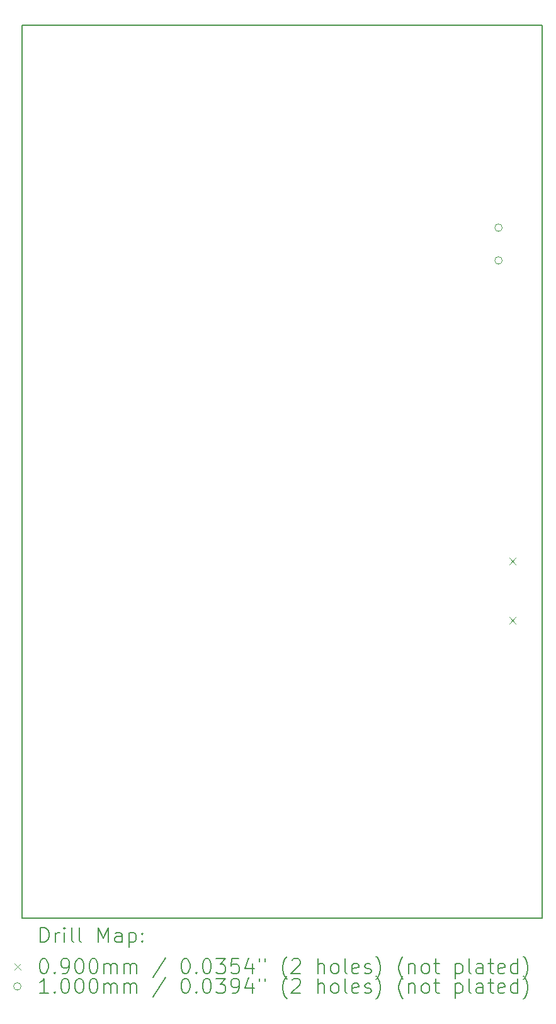
<source format=gbr>
%TF.GenerationSoftware,KiCad,Pcbnew,8.0.4*%
%TF.CreationDate,2024-11-12T11:54:51+07:00*%
%TF.ProjectId,Ver04,56657230-342e-46b6-9963-61645f706362,rev?*%
%TF.SameCoordinates,Original*%
%TF.FileFunction,Drillmap*%
%TF.FilePolarity,Positive*%
%FSLAX45Y45*%
G04 Gerber Fmt 4.5, Leading zero omitted, Abs format (unit mm)*
G04 Created by KiCad (PCBNEW 8.0.4) date 2024-11-12 11:54:51*
%MOMM*%
%LPD*%
G01*
G04 APERTURE LIST*
%ADD10C,0.200000*%
%ADD11C,0.100000*%
G04 APERTURE END LIST*
D10*
X4000000Y-3500000D02*
X11000000Y-3500000D01*
X11000000Y-15500000D01*
X4000000Y-15500000D01*
X4000000Y-3500000D01*
D11*
X10552815Y-10653497D02*
X10642815Y-10743497D01*
X10642815Y-10653497D02*
X10552815Y-10743497D01*
X10552815Y-11453497D02*
X10642815Y-11543497D01*
X10642815Y-11453497D02*
X10552815Y-11543497D01*
X10460000Y-6220000D02*
G75*
G02*
X10360000Y-6220000I-50000J0D01*
G01*
X10360000Y-6220000D02*
G75*
G02*
X10460000Y-6220000I50000J0D01*
G01*
X10460000Y-6660000D02*
G75*
G02*
X10360000Y-6660000I-50000J0D01*
G01*
X10360000Y-6660000D02*
G75*
G02*
X10460000Y-6660000I50000J0D01*
G01*
D10*
X4250777Y-15821484D02*
X4250777Y-15621484D01*
X4250777Y-15621484D02*
X4298396Y-15621484D01*
X4298396Y-15621484D02*
X4326967Y-15631008D01*
X4326967Y-15631008D02*
X4346015Y-15650055D01*
X4346015Y-15650055D02*
X4355539Y-15669103D01*
X4355539Y-15669103D02*
X4365063Y-15707198D01*
X4365063Y-15707198D02*
X4365063Y-15735769D01*
X4365063Y-15735769D02*
X4355539Y-15773865D01*
X4355539Y-15773865D02*
X4346015Y-15792912D01*
X4346015Y-15792912D02*
X4326967Y-15811960D01*
X4326967Y-15811960D02*
X4298396Y-15821484D01*
X4298396Y-15821484D02*
X4250777Y-15821484D01*
X4450777Y-15821484D02*
X4450777Y-15688150D01*
X4450777Y-15726246D02*
X4460301Y-15707198D01*
X4460301Y-15707198D02*
X4469824Y-15697674D01*
X4469824Y-15697674D02*
X4488872Y-15688150D01*
X4488872Y-15688150D02*
X4507920Y-15688150D01*
X4574586Y-15821484D02*
X4574586Y-15688150D01*
X4574586Y-15621484D02*
X4565063Y-15631008D01*
X4565063Y-15631008D02*
X4574586Y-15640531D01*
X4574586Y-15640531D02*
X4584110Y-15631008D01*
X4584110Y-15631008D02*
X4574586Y-15621484D01*
X4574586Y-15621484D02*
X4574586Y-15640531D01*
X4698396Y-15821484D02*
X4679348Y-15811960D01*
X4679348Y-15811960D02*
X4669824Y-15792912D01*
X4669824Y-15792912D02*
X4669824Y-15621484D01*
X4803158Y-15821484D02*
X4784110Y-15811960D01*
X4784110Y-15811960D02*
X4774586Y-15792912D01*
X4774586Y-15792912D02*
X4774586Y-15621484D01*
X5031729Y-15821484D02*
X5031729Y-15621484D01*
X5031729Y-15621484D02*
X5098396Y-15764341D01*
X5098396Y-15764341D02*
X5165063Y-15621484D01*
X5165063Y-15621484D02*
X5165063Y-15821484D01*
X5346015Y-15821484D02*
X5346015Y-15716722D01*
X5346015Y-15716722D02*
X5336491Y-15697674D01*
X5336491Y-15697674D02*
X5317444Y-15688150D01*
X5317444Y-15688150D02*
X5279348Y-15688150D01*
X5279348Y-15688150D02*
X5260301Y-15697674D01*
X5346015Y-15811960D02*
X5326967Y-15821484D01*
X5326967Y-15821484D02*
X5279348Y-15821484D01*
X5279348Y-15821484D02*
X5260301Y-15811960D01*
X5260301Y-15811960D02*
X5250777Y-15792912D01*
X5250777Y-15792912D02*
X5250777Y-15773865D01*
X5250777Y-15773865D02*
X5260301Y-15754817D01*
X5260301Y-15754817D02*
X5279348Y-15745293D01*
X5279348Y-15745293D02*
X5326967Y-15745293D01*
X5326967Y-15745293D02*
X5346015Y-15735769D01*
X5441253Y-15688150D02*
X5441253Y-15888150D01*
X5441253Y-15697674D02*
X5460301Y-15688150D01*
X5460301Y-15688150D02*
X5498396Y-15688150D01*
X5498396Y-15688150D02*
X5517444Y-15697674D01*
X5517444Y-15697674D02*
X5526967Y-15707198D01*
X5526967Y-15707198D02*
X5536491Y-15726246D01*
X5536491Y-15726246D02*
X5536491Y-15783388D01*
X5536491Y-15783388D02*
X5526967Y-15802436D01*
X5526967Y-15802436D02*
X5517444Y-15811960D01*
X5517444Y-15811960D02*
X5498396Y-15821484D01*
X5498396Y-15821484D02*
X5460301Y-15821484D01*
X5460301Y-15821484D02*
X5441253Y-15811960D01*
X5622205Y-15802436D02*
X5631729Y-15811960D01*
X5631729Y-15811960D02*
X5622205Y-15821484D01*
X5622205Y-15821484D02*
X5612682Y-15811960D01*
X5612682Y-15811960D02*
X5622205Y-15802436D01*
X5622205Y-15802436D02*
X5622205Y-15821484D01*
X5622205Y-15697674D02*
X5631729Y-15707198D01*
X5631729Y-15707198D02*
X5622205Y-15716722D01*
X5622205Y-15716722D02*
X5612682Y-15707198D01*
X5612682Y-15707198D02*
X5622205Y-15697674D01*
X5622205Y-15697674D02*
X5622205Y-15716722D01*
D11*
X3900000Y-16105000D02*
X3990000Y-16195000D01*
X3990000Y-16105000D02*
X3900000Y-16195000D01*
D10*
X4288872Y-16041484D02*
X4307920Y-16041484D01*
X4307920Y-16041484D02*
X4326967Y-16051008D01*
X4326967Y-16051008D02*
X4336491Y-16060531D01*
X4336491Y-16060531D02*
X4346015Y-16079579D01*
X4346015Y-16079579D02*
X4355539Y-16117674D01*
X4355539Y-16117674D02*
X4355539Y-16165293D01*
X4355539Y-16165293D02*
X4346015Y-16203388D01*
X4346015Y-16203388D02*
X4336491Y-16222436D01*
X4336491Y-16222436D02*
X4326967Y-16231960D01*
X4326967Y-16231960D02*
X4307920Y-16241484D01*
X4307920Y-16241484D02*
X4288872Y-16241484D01*
X4288872Y-16241484D02*
X4269824Y-16231960D01*
X4269824Y-16231960D02*
X4260301Y-16222436D01*
X4260301Y-16222436D02*
X4250777Y-16203388D01*
X4250777Y-16203388D02*
X4241253Y-16165293D01*
X4241253Y-16165293D02*
X4241253Y-16117674D01*
X4241253Y-16117674D02*
X4250777Y-16079579D01*
X4250777Y-16079579D02*
X4260301Y-16060531D01*
X4260301Y-16060531D02*
X4269824Y-16051008D01*
X4269824Y-16051008D02*
X4288872Y-16041484D01*
X4441253Y-16222436D02*
X4450777Y-16231960D01*
X4450777Y-16231960D02*
X4441253Y-16241484D01*
X4441253Y-16241484D02*
X4431729Y-16231960D01*
X4431729Y-16231960D02*
X4441253Y-16222436D01*
X4441253Y-16222436D02*
X4441253Y-16241484D01*
X4546015Y-16241484D02*
X4584110Y-16241484D01*
X4584110Y-16241484D02*
X4603158Y-16231960D01*
X4603158Y-16231960D02*
X4612682Y-16222436D01*
X4612682Y-16222436D02*
X4631729Y-16193865D01*
X4631729Y-16193865D02*
X4641253Y-16155769D01*
X4641253Y-16155769D02*
X4641253Y-16079579D01*
X4641253Y-16079579D02*
X4631729Y-16060531D01*
X4631729Y-16060531D02*
X4622205Y-16051008D01*
X4622205Y-16051008D02*
X4603158Y-16041484D01*
X4603158Y-16041484D02*
X4565063Y-16041484D01*
X4565063Y-16041484D02*
X4546015Y-16051008D01*
X4546015Y-16051008D02*
X4536491Y-16060531D01*
X4536491Y-16060531D02*
X4526967Y-16079579D01*
X4526967Y-16079579D02*
X4526967Y-16127198D01*
X4526967Y-16127198D02*
X4536491Y-16146246D01*
X4536491Y-16146246D02*
X4546015Y-16155769D01*
X4546015Y-16155769D02*
X4565063Y-16165293D01*
X4565063Y-16165293D02*
X4603158Y-16165293D01*
X4603158Y-16165293D02*
X4622205Y-16155769D01*
X4622205Y-16155769D02*
X4631729Y-16146246D01*
X4631729Y-16146246D02*
X4641253Y-16127198D01*
X4765063Y-16041484D02*
X4784110Y-16041484D01*
X4784110Y-16041484D02*
X4803158Y-16051008D01*
X4803158Y-16051008D02*
X4812682Y-16060531D01*
X4812682Y-16060531D02*
X4822205Y-16079579D01*
X4822205Y-16079579D02*
X4831729Y-16117674D01*
X4831729Y-16117674D02*
X4831729Y-16165293D01*
X4831729Y-16165293D02*
X4822205Y-16203388D01*
X4822205Y-16203388D02*
X4812682Y-16222436D01*
X4812682Y-16222436D02*
X4803158Y-16231960D01*
X4803158Y-16231960D02*
X4784110Y-16241484D01*
X4784110Y-16241484D02*
X4765063Y-16241484D01*
X4765063Y-16241484D02*
X4746015Y-16231960D01*
X4746015Y-16231960D02*
X4736491Y-16222436D01*
X4736491Y-16222436D02*
X4726967Y-16203388D01*
X4726967Y-16203388D02*
X4717444Y-16165293D01*
X4717444Y-16165293D02*
X4717444Y-16117674D01*
X4717444Y-16117674D02*
X4726967Y-16079579D01*
X4726967Y-16079579D02*
X4736491Y-16060531D01*
X4736491Y-16060531D02*
X4746015Y-16051008D01*
X4746015Y-16051008D02*
X4765063Y-16041484D01*
X4955539Y-16041484D02*
X4974586Y-16041484D01*
X4974586Y-16041484D02*
X4993634Y-16051008D01*
X4993634Y-16051008D02*
X5003158Y-16060531D01*
X5003158Y-16060531D02*
X5012682Y-16079579D01*
X5012682Y-16079579D02*
X5022205Y-16117674D01*
X5022205Y-16117674D02*
X5022205Y-16165293D01*
X5022205Y-16165293D02*
X5012682Y-16203388D01*
X5012682Y-16203388D02*
X5003158Y-16222436D01*
X5003158Y-16222436D02*
X4993634Y-16231960D01*
X4993634Y-16231960D02*
X4974586Y-16241484D01*
X4974586Y-16241484D02*
X4955539Y-16241484D01*
X4955539Y-16241484D02*
X4936491Y-16231960D01*
X4936491Y-16231960D02*
X4926967Y-16222436D01*
X4926967Y-16222436D02*
X4917444Y-16203388D01*
X4917444Y-16203388D02*
X4907920Y-16165293D01*
X4907920Y-16165293D02*
X4907920Y-16117674D01*
X4907920Y-16117674D02*
X4917444Y-16079579D01*
X4917444Y-16079579D02*
X4926967Y-16060531D01*
X4926967Y-16060531D02*
X4936491Y-16051008D01*
X4936491Y-16051008D02*
X4955539Y-16041484D01*
X5107920Y-16241484D02*
X5107920Y-16108150D01*
X5107920Y-16127198D02*
X5117444Y-16117674D01*
X5117444Y-16117674D02*
X5136491Y-16108150D01*
X5136491Y-16108150D02*
X5165063Y-16108150D01*
X5165063Y-16108150D02*
X5184110Y-16117674D01*
X5184110Y-16117674D02*
X5193634Y-16136722D01*
X5193634Y-16136722D02*
X5193634Y-16241484D01*
X5193634Y-16136722D02*
X5203158Y-16117674D01*
X5203158Y-16117674D02*
X5222205Y-16108150D01*
X5222205Y-16108150D02*
X5250777Y-16108150D01*
X5250777Y-16108150D02*
X5269825Y-16117674D01*
X5269825Y-16117674D02*
X5279348Y-16136722D01*
X5279348Y-16136722D02*
X5279348Y-16241484D01*
X5374586Y-16241484D02*
X5374586Y-16108150D01*
X5374586Y-16127198D02*
X5384110Y-16117674D01*
X5384110Y-16117674D02*
X5403158Y-16108150D01*
X5403158Y-16108150D02*
X5431729Y-16108150D01*
X5431729Y-16108150D02*
X5450777Y-16117674D01*
X5450777Y-16117674D02*
X5460301Y-16136722D01*
X5460301Y-16136722D02*
X5460301Y-16241484D01*
X5460301Y-16136722D02*
X5469825Y-16117674D01*
X5469825Y-16117674D02*
X5488872Y-16108150D01*
X5488872Y-16108150D02*
X5517444Y-16108150D01*
X5517444Y-16108150D02*
X5536491Y-16117674D01*
X5536491Y-16117674D02*
X5546015Y-16136722D01*
X5546015Y-16136722D02*
X5546015Y-16241484D01*
X5936491Y-16031960D02*
X5765063Y-16289103D01*
X6193634Y-16041484D02*
X6212682Y-16041484D01*
X6212682Y-16041484D02*
X6231729Y-16051008D01*
X6231729Y-16051008D02*
X6241253Y-16060531D01*
X6241253Y-16060531D02*
X6250777Y-16079579D01*
X6250777Y-16079579D02*
X6260301Y-16117674D01*
X6260301Y-16117674D02*
X6260301Y-16165293D01*
X6260301Y-16165293D02*
X6250777Y-16203388D01*
X6250777Y-16203388D02*
X6241253Y-16222436D01*
X6241253Y-16222436D02*
X6231729Y-16231960D01*
X6231729Y-16231960D02*
X6212682Y-16241484D01*
X6212682Y-16241484D02*
X6193634Y-16241484D01*
X6193634Y-16241484D02*
X6174586Y-16231960D01*
X6174586Y-16231960D02*
X6165063Y-16222436D01*
X6165063Y-16222436D02*
X6155539Y-16203388D01*
X6155539Y-16203388D02*
X6146015Y-16165293D01*
X6146015Y-16165293D02*
X6146015Y-16117674D01*
X6146015Y-16117674D02*
X6155539Y-16079579D01*
X6155539Y-16079579D02*
X6165063Y-16060531D01*
X6165063Y-16060531D02*
X6174586Y-16051008D01*
X6174586Y-16051008D02*
X6193634Y-16041484D01*
X6346015Y-16222436D02*
X6355539Y-16231960D01*
X6355539Y-16231960D02*
X6346015Y-16241484D01*
X6346015Y-16241484D02*
X6336491Y-16231960D01*
X6336491Y-16231960D02*
X6346015Y-16222436D01*
X6346015Y-16222436D02*
X6346015Y-16241484D01*
X6479348Y-16041484D02*
X6498396Y-16041484D01*
X6498396Y-16041484D02*
X6517444Y-16051008D01*
X6517444Y-16051008D02*
X6526967Y-16060531D01*
X6526967Y-16060531D02*
X6536491Y-16079579D01*
X6536491Y-16079579D02*
X6546015Y-16117674D01*
X6546015Y-16117674D02*
X6546015Y-16165293D01*
X6546015Y-16165293D02*
X6536491Y-16203388D01*
X6536491Y-16203388D02*
X6526967Y-16222436D01*
X6526967Y-16222436D02*
X6517444Y-16231960D01*
X6517444Y-16231960D02*
X6498396Y-16241484D01*
X6498396Y-16241484D02*
X6479348Y-16241484D01*
X6479348Y-16241484D02*
X6460301Y-16231960D01*
X6460301Y-16231960D02*
X6450777Y-16222436D01*
X6450777Y-16222436D02*
X6441253Y-16203388D01*
X6441253Y-16203388D02*
X6431729Y-16165293D01*
X6431729Y-16165293D02*
X6431729Y-16117674D01*
X6431729Y-16117674D02*
X6441253Y-16079579D01*
X6441253Y-16079579D02*
X6450777Y-16060531D01*
X6450777Y-16060531D02*
X6460301Y-16051008D01*
X6460301Y-16051008D02*
X6479348Y-16041484D01*
X6612682Y-16041484D02*
X6736491Y-16041484D01*
X6736491Y-16041484D02*
X6669825Y-16117674D01*
X6669825Y-16117674D02*
X6698396Y-16117674D01*
X6698396Y-16117674D02*
X6717444Y-16127198D01*
X6717444Y-16127198D02*
X6726967Y-16136722D01*
X6726967Y-16136722D02*
X6736491Y-16155769D01*
X6736491Y-16155769D02*
X6736491Y-16203388D01*
X6736491Y-16203388D02*
X6726967Y-16222436D01*
X6726967Y-16222436D02*
X6717444Y-16231960D01*
X6717444Y-16231960D02*
X6698396Y-16241484D01*
X6698396Y-16241484D02*
X6641253Y-16241484D01*
X6641253Y-16241484D02*
X6622206Y-16231960D01*
X6622206Y-16231960D02*
X6612682Y-16222436D01*
X6917444Y-16041484D02*
X6822206Y-16041484D01*
X6822206Y-16041484D02*
X6812682Y-16136722D01*
X6812682Y-16136722D02*
X6822206Y-16127198D01*
X6822206Y-16127198D02*
X6841253Y-16117674D01*
X6841253Y-16117674D02*
X6888872Y-16117674D01*
X6888872Y-16117674D02*
X6907920Y-16127198D01*
X6907920Y-16127198D02*
X6917444Y-16136722D01*
X6917444Y-16136722D02*
X6926967Y-16155769D01*
X6926967Y-16155769D02*
X6926967Y-16203388D01*
X6926967Y-16203388D02*
X6917444Y-16222436D01*
X6917444Y-16222436D02*
X6907920Y-16231960D01*
X6907920Y-16231960D02*
X6888872Y-16241484D01*
X6888872Y-16241484D02*
X6841253Y-16241484D01*
X6841253Y-16241484D02*
X6822206Y-16231960D01*
X6822206Y-16231960D02*
X6812682Y-16222436D01*
X7098396Y-16108150D02*
X7098396Y-16241484D01*
X7050777Y-16031960D02*
X7003158Y-16174817D01*
X7003158Y-16174817D02*
X7126967Y-16174817D01*
X7193634Y-16041484D02*
X7193634Y-16079579D01*
X7269825Y-16041484D02*
X7269825Y-16079579D01*
X7565063Y-16317674D02*
X7555539Y-16308150D01*
X7555539Y-16308150D02*
X7536491Y-16279579D01*
X7536491Y-16279579D02*
X7526968Y-16260531D01*
X7526968Y-16260531D02*
X7517444Y-16231960D01*
X7517444Y-16231960D02*
X7507920Y-16184341D01*
X7507920Y-16184341D02*
X7507920Y-16146246D01*
X7507920Y-16146246D02*
X7517444Y-16098627D01*
X7517444Y-16098627D02*
X7526968Y-16070055D01*
X7526968Y-16070055D02*
X7536491Y-16051008D01*
X7536491Y-16051008D02*
X7555539Y-16022436D01*
X7555539Y-16022436D02*
X7565063Y-16012912D01*
X7631729Y-16060531D02*
X7641253Y-16051008D01*
X7641253Y-16051008D02*
X7660301Y-16041484D01*
X7660301Y-16041484D02*
X7707920Y-16041484D01*
X7707920Y-16041484D02*
X7726968Y-16051008D01*
X7726968Y-16051008D02*
X7736491Y-16060531D01*
X7736491Y-16060531D02*
X7746015Y-16079579D01*
X7746015Y-16079579D02*
X7746015Y-16098627D01*
X7746015Y-16098627D02*
X7736491Y-16127198D01*
X7736491Y-16127198D02*
X7622206Y-16241484D01*
X7622206Y-16241484D02*
X7746015Y-16241484D01*
X7984110Y-16241484D02*
X7984110Y-16041484D01*
X8069825Y-16241484D02*
X8069825Y-16136722D01*
X8069825Y-16136722D02*
X8060301Y-16117674D01*
X8060301Y-16117674D02*
X8041253Y-16108150D01*
X8041253Y-16108150D02*
X8012682Y-16108150D01*
X8012682Y-16108150D02*
X7993634Y-16117674D01*
X7993634Y-16117674D02*
X7984110Y-16127198D01*
X8193634Y-16241484D02*
X8174587Y-16231960D01*
X8174587Y-16231960D02*
X8165063Y-16222436D01*
X8165063Y-16222436D02*
X8155539Y-16203388D01*
X8155539Y-16203388D02*
X8155539Y-16146246D01*
X8155539Y-16146246D02*
X8165063Y-16127198D01*
X8165063Y-16127198D02*
X8174587Y-16117674D01*
X8174587Y-16117674D02*
X8193634Y-16108150D01*
X8193634Y-16108150D02*
X8222206Y-16108150D01*
X8222206Y-16108150D02*
X8241253Y-16117674D01*
X8241253Y-16117674D02*
X8250777Y-16127198D01*
X8250777Y-16127198D02*
X8260301Y-16146246D01*
X8260301Y-16146246D02*
X8260301Y-16203388D01*
X8260301Y-16203388D02*
X8250777Y-16222436D01*
X8250777Y-16222436D02*
X8241253Y-16231960D01*
X8241253Y-16231960D02*
X8222206Y-16241484D01*
X8222206Y-16241484D02*
X8193634Y-16241484D01*
X8374587Y-16241484D02*
X8355539Y-16231960D01*
X8355539Y-16231960D02*
X8346015Y-16212912D01*
X8346015Y-16212912D02*
X8346015Y-16041484D01*
X8526968Y-16231960D02*
X8507920Y-16241484D01*
X8507920Y-16241484D02*
X8469825Y-16241484D01*
X8469825Y-16241484D02*
X8450777Y-16231960D01*
X8450777Y-16231960D02*
X8441253Y-16212912D01*
X8441253Y-16212912D02*
X8441253Y-16136722D01*
X8441253Y-16136722D02*
X8450777Y-16117674D01*
X8450777Y-16117674D02*
X8469825Y-16108150D01*
X8469825Y-16108150D02*
X8507920Y-16108150D01*
X8507920Y-16108150D02*
X8526968Y-16117674D01*
X8526968Y-16117674D02*
X8536492Y-16136722D01*
X8536492Y-16136722D02*
X8536492Y-16155769D01*
X8536492Y-16155769D02*
X8441253Y-16174817D01*
X8612682Y-16231960D02*
X8631730Y-16241484D01*
X8631730Y-16241484D02*
X8669825Y-16241484D01*
X8669825Y-16241484D02*
X8688873Y-16231960D01*
X8688873Y-16231960D02*
X8698396Y-16212912D01*
X8698396Y-16212912D02*
X8698396Y-16203388D01*
X8698396Y-16203388D02*
X8688873Y-16184341D01*
X8688873Y-16184341D02*
X8669825Y-16174817D01*
X8669825Y-16174817D02*
X8641253Y-16174817D01*
X8641253Y-16174817D02*
X8622206Y-16165293D01*
X8622206Y-16165293D02*
X8612682Y-16146246D01*
X8612682Y-16146246D02*
X8612682Y-16136722D01*
X8612682Y-16136722D02*
X8622206Y-16117674D01*
X8622206Y-16117674D02*
X8641253Y-16108150D01*
X8641253Y-16108150D02*
X8669825Y-16108150D01*
X8669825Y-16108150D02*
X8688873Y-16117674D01*
X8765063Y-16317674D02*
X8774587Y-16308150D01*
X8774587Y-16308150D02*
X8793634Y-16279579D01*
X8793634Y-16279579D02*
X8803158Y-16260531D01*
X8803158Y-16260531D02*
X8812682Y-16231960D01*
X8812682Y-16231960D02*
X8822206Y-16184341D01*
X8822206Y-16184341D02*
X8822206Y-16146246D01*
X8822206Y-16146246D02*
X8812682Y-16098627D01*
X8812682Y-16098627D02*
X8803158Y-16070055D01*
X8803158Y-16070055D02*
X8793634Y-16051008D01*
X8793634Y-16051008D02*
X8774587Y-16022436D01*
X8774587Y-16022436D02*
X8765063Y-16012912D01*
X9126968Y-16317674D02*
X9117444Y-16308150D01*
X9117444Y-16308150D02*
X9098396Y-16279579D01*
X9098396Y-16279579D02*
X9088873Y-16260531D01*
X9088873Y-16260531D02*
X9079349Y-16231960D01*
X9079349Y-16231960D02*
X9069825Y-16184341D01*
X9069825Y-16184341D02*
X9069825Y-16146246D01*
X9069825Y-16146246D02*
X9079349Y-16098627D01*
X9079349Y-16098627D02*
X9088873Y-16070055D01*
X9088873Y-16070055D02*
X9098396Y-16051008D01*
X9098396Y-16051008D02*
X9117444Y-16022436D01*
X9117444Y-16022436D02*
X9126968Y-16012912D01*
X9203158Y-16108150D02*
X9203158Y-16241484D01*
X9203158Y-16127198D02*
X9212682Y-16117674D01*
X9212682Y-16117674D02*
X9231730Y-16108150D01*
X9231730Y-16108150D02*
X9260301Y-16108150D01*
X9260301Y-16108150D02*
X9279349Y-16117674D01*
X9279349Y-16117674D02*
X9288873Y-16136722D01*
X9288873Y-16136722D02*
X9288873Y-16241484D01*
X9412682Y-16241484D02*
X9393634Y-16231960D01*
X9393634Y-16231960D02*
X9384111Y-16222436D01*
X9384111Y-16222436D02*
X9374587Y-16203388D01*
X9374587Y-16203388D02*
X9374587Y-16146246D01*
X9374587Y-16146246D02*
X9384111Y-16127198D01*
X9384111Y-16127198D02*
X9393634Y-16117674D01*
X9393634Y-16117674D02*
X9412682Y-16108150D01*
X9412682Y-16108150D02*
X9441254Y-16108150D01*
X9441254Y-16108150D02*
X9460301Y-16117674D01*
X9460301Y-16117674D02*
X9469825Y-16127198D01*
X9469825Y-16127198D02*
X9479349Y-16146246D01*
X9479349Y-16146246D02*
X9479349Y-16203388D01*
X9479349Y-16203388D02*
X9469825Y-16222436D01*
X9469825Y-16222436D02*
X9460301Y-16231960D01*
X9460301Y-16231960D02*
X9441254Y-16241484D01*
X9441254Y-16241484D02*
X9412682Y-16241484D01*
X9536492Y-16108150D02*
X9612682Y-16108150D01*
X9565063Y-16041484D02*
X9565063Y-16212912D01*
X9565063Y-16212912D02*
X9574587Y-16231960D01*
X9574587Y-16231960D02*
X9593634Y-16241484D01*
X9593634Y-16241484D02*
X9612682Y-16241484D01*
X9831730Y-16108150D02*
X9831730Y-16308150D01*
X9831730Y-16117674D02*
X9850777Y-16108150D01*
X9850777Y-16108150D02*
X9888873Y-16108150D01*
X9888873Y-16108150D02*
X9907920Y-16117674D01*
X9907920Y-16117674D02*
X9917444Y-16127198D01*
X9917444Y-16127198D02*
X9926968Y-16146246D01*
X9926968Y-16146246D02*
X9926968Y-16203388D01*
X9926968Y-16203388D02*
X9917444Y-16222436D01*
X9917444Y-16222436D02*
X9907920Y-16231960D01*
X9907920Y-16231960D02*
X9888873Y-16241484D01*
X9888873Y-16241484D02*
X9850777Y-16241484D01*
X9850777Y-16241484D02*
X9831730Y-16231960D01*
X10041254Y-16241484D02*
X10022206Y-16231960D01*
X10022206Y-16231960D02*
X10012682Y-16212912D01*
X10012682Y-16212912D02*
X10012682Y-16041484D01*
X10203158Y-16241484D02*
X10203158Y-16136722D01*
X10203158Y-16136722D02*
X10193635Y-16117674D01*
X10193635Y-16117674D02*
X10174587Y-16108150D01*
X10174587Y-16108150D02*
X10136492Y-16108150D01*
X10136492Y-16108150D02*
X10117444Y-16117674D01*
X10203158Y-16231960D02*
X10184111Y-16241484D01*
X10184111Y-16241484D02*
X10136492Y-16241484D01*
X10136492Y-16241484D02*
X10117444Y-16231960D01*
X10117444Y-16231960D02*
X10107920Y-16212912D01*
X10107920Y-16212912D02*
X10107920Y-16193865D01*
X10107920Y-16193865D02*
X10117444Y-16174817D01*
X10117444Y-16174817D02*
X10136492Y-16165293D01*
X10136492Y-16165293D02*
X10184111Y-16165293D01*
X10184111Y-16165293D02*
X10203158Y-16155769D01*
X10269825Y-16108150D02*
X10346015Y-16108150D01*
X10298396Y-16041484D02*
X10298396Y-16212912D01*
X10298396Y-16212912D02*
X10307920Y-16231960D01*
X10307920Y-16231960D02*
X10326968Y-16241484D01*
X10326968Y-16241484D02*
X10346015Y-16241484D01*
X10488873Y-16231960D02*
X10469825Y-16241484D01*
X10469825Y-16241484D02*
X10431730Y-16241484D01*
X10431730Y-16241484D02*
X10412682Y-16231960D01*
X10412682Y-16231960D02*
X10403158Y-16212912D01*
X10403158Y-16212912D02*
X10403158Y-16136722D01*
X10403158Y-16136722D02*
X10412682Y-16117674D01*
X10412682Y-16117674D02*
X10431730Y-16108150D01*
X10431730Y-16108150D02*
X10469825Y-16108150D01*
X10469825Y-16108150D02*
X10488873Y-16117674D01*
X10488873Y-16117674D02*
X10498396Y-16136722D01*
X10498396Y-16136722D02*
X10498396Y-16155769D01*
X10498396Y-16155769D02*
X10403158Y-16174817D01*
X10669825Y-16241484D02*
X10669825Y-16041484D01*
X10669825Y-16231960D02*
X10650777Y-16241484D01*
X10650777Y-16241484D02*
X10612682Y-16241484D01*
X10612682Y-16241484D02*
X10593635Y-16231960D01*
X10593635Y-16231960D02*
X10584111Y-16222436D01*
X10584111Y-16222436D02*
X10574587Y-16203388D01*
X10574587Y-16203388D02*
X10574587Y-16146246D01*
X10574587Y-16146246D02*
X10584111Y-16127198D01*
X10584111Y-16127198D02*
X10593635Y-16117674D01*
X10593635Y-16117674D02*
X10612682Y-16108150D01*
X10612682Y-16108150D02*
X10650777Y-16108150D01*
X10650777Y-16108150D02*
X10669825Y-16117674D01*
X10746016Y-16317674D02*
X10755539Y-16308150D01*
X10755539Y-16308150D02*
X10774587Y-16279579D01*
X10774587Y-16279579D02*
X10784111Y-16260531D01*
X10784111Y-16260531D02*
X10793635Y-16231960D01*
X10793635Y-16231960D02*
X10803158Y-16184341D01*
X10803158Y-16184341D02*
X10803158Y-16146246D01*
X10803158Y-16146246D02*
X10793635Y-16098627D01*
X10793635Y-16098627D02*
X10784111Y-16070055D01*
X10784111Y-16070055D02*
X10774587Y-16051008D01*
X10774587Y-16051008D02*
X10755539Y-16022436D01*
X10755539Y-16022436D02*
X10746016Y-16012912D01*
D11*
X3990000Y-16414000D02*
G75*
G02*
X3890000Y-16414000I-50000J0D01*
G01*
X3890000Y-16414000D02*
G75*
G02*
X3990000Y-16414000I50000J0D01*
G01*
D10*
X4355539Y-16505484D02*
X4241253Y-16505484D01*
X4298396Y-16505484D02*
X4298396Y-16305484D01*
X4298396Y-16305484D02*
X4279348Y-16334055D01*
X4279348Y-16334055D02*
X4260301Y-16353103D01*
X4260301Y-16353103D02*
X4241253Y-16362627D01*
X4441253Y-16486436D02*
X4450777Y-16495960D01*
X4450777Y-16495960D02*
X4441253Y-16505484D01*
X4441253Y-16505484D02*
X4431729Y-16495960D01*
X4431729Y-16495960D02*
X4441253Y-16486436D01*
X4441253Y-16486436D02*
X4441253Y-16505484D01*
X4574586Y-16305484D02*
X4593634Y-16305484D01*
X4593634Y-16305484D02*
X4612682Y-16315008D01*
X4612682Y-16315008D02*
X4622205Y-16324531D01*
X4622205Y-16324531D02*
X4631729Y-16343579D01*
X4631729Y-16343579D02*
X4641253Y-16381674D01*
X4641253Y-16381674D02*
X4641253Y-16429293D01*
X4641253Y-16429293D02*
X4631729Y-16467388D01*
X4631729Y-16467388D02*
X4622205Y-16486436D01*
X4622205Y-16486436D02*
X4612682Y-16495960D01*
X4612682Y-16495960D02*
X4593634Y-16505484D01*
X4593634Y-16505484D02*
X4574586Y-16505484D01*
X4574586Y-16505484D02*
X4555539Y-16495960D01*
X4555539Y-16495960D02*
X4546015Y-16486436D01*
X4546015Y-16486436D02*
X4536491Y-16467388D01*
X4536491Y-16467388D02*
X4526967Y-16429293D01*
X4526967Y-16429293D02*
X4526967Y-16381674D01*
X4526967Y-16381674D02*
X4536491Y-16343579D01*
X4536491Y-16343579D02*
X4546015Y-16324531D01*
X4546015Y-16324531D02*
X4555539Y-16315008D01*
X4555539Y-16315008D02*
X4574586Y-16305484D01*
X4765063Y-16305484D02*
X4784110Y-16305484D01*
X4784110Y-16305484D02*
X4803158Y-16315008D01*
X4803158Y-16315008D02*
X4812682Y-16324531D01*
X4812682Y-16324531D02*
X4822205Y-16343579D01*
X4822205Y-16343579D02*
X4831729Y-16381674D01*
X4831729Y-16381674D02*
X4831729Y-16429293D01*
X4831729Y-16429293D02*
X4822205Y-16467388D01*
X4822205Y-16467388D02*
X4812682Y-16486436D01*
X4812682Y-16486436D02*
X4803158Y-16495960D01*
X4803158Y-16495960D02*
X4784110Y-16505484D01*
X4784110Y-16505484D02*
X4765063Y-16505484D01*
X4765063Y-16505484D02*
X4746015Y-16495960D01*
X4746015Y-16495960D02*
X4736491Y-16486436D01*
X4736491Y-16486436D02*
X4726967Y-16467388D01*
X4726967Y-16467388D02*
X4717444Y-16429293D01*
X4717444Y-16429293D02*
X4717444Y-16381674D01*
X4717444Y-16381674D02*
X4726967Y-16343579D01*
X4726967Y-16343579D02*
X4736491Y-16324531D01*
X4736491Y-16324531D02*
X4746015Y-16315008D01*
X4746015Y-16315008D02*
X4765063Y-16305484D01*
X4955539Y-16305484D02*
X4974586Y-16305484D01*
X4974586Y-16305484D02*
X4993634Y-16315008D01*
X4993634Y-16315008D02*
X5003158Y-16324531D01*
X5003158Y-16324531D02*
X5012682Y-16343579D01*
X5012682Y-16343579D02*
X5022205Y-16381674D01*
X5022205Y-16381674D02*
X5022205Y-16429293D01*
X5022205Y-16429293D02*
X5012682Y-16467388D01*
X5012682Y-16467388D02*
X5003158Y-16486436D01*
X5003158Y-16486436D02*
X4993634Y-16495960D01*
X4993634Y-16495960D02*
X4974586Y-16505484D01*
X4974586Y-16505484D02*
X4955539Y-16505484D01*
X4955539Y-16505484D02*
X4936491Y-16495960D01*
X4936491Y-16495960D02*
X4926967Y-16486436D01*
X4926967Y-16486436D02*
X4917444Y-16467388D01*
X4917444Y-16467388D02*
X4907920Y-16429293D01*
X4907920Y-16429293D02*
X4907920Y-16381674D01*
X4907920Y-16381674D02*
X4917444Y-16343579D01*
X4917444Y-16343579D02*
X4926967Y-16324531D01*
X4926967Y-16324531D02*
X4936491Y-16315008D01*
X4936491Y-16315008D02*
X4955539Y-16305484D01*
X5107920Y-16505484D02*
X5107920Y-16372150D01*
X5107920Y-16391198D02*
X5117444Y-16381674D01*
X5117444Y-16381674D02*
X5136491Y-16372150D01*
X5136491Y-16372150D02*
X5165063Y-16372150D01*
X5165063Y-16372150D02*
X5184110Y-16381674D01*
X5184110Y-16381674D02*
X5193634Y-16400722D01*
X5193634Y-16400722D02*
X5193634Y-16505484D01*
X5193634Y-16400722D02*
X5203158Y-16381674D01*
X5203158Y-16381674D02*
X5222205Y-16372150D01*
X5222205Y-16372150D02*
X5250777Y-16372150D01*
X5250777Y-16372150D02*
X5269825Y-16381674D01*
X5269825Y-16381674D02*
X5279348Y-16400722D01*
X5279348Y-16400722D02*
X5279348Y-16505484D01*
X5374586Y-16505484D02*
X5374586Y-16372150D01*
X5374586Y-16391198D02*
X5384110Y-16381674D01*
X5384110Y-16381674D02*
X5403158Y-16372150D01*
X5403158Y-16372150D02*
X5431729Y-16372150D01*
X5431729Y-16372150D02*
X5450777Y-16381674D01*
X5450777Y-16381674D02*
X5460301Y-16400722D01*
X5460301Y-16400722D02*
X5460301Y-16505484D01*
X5460301Y-16400722D02*
X5469825Y-16381674D01*
X5469825Y-16381674D02*
X5488872Y-16372150D01*
X5488872Y-16372150D02*
X5517444Y-16372150D01*
X5517444Y-16372150D02*
X5536491Y-16381674D01*
X5536491Y-16381674D02*
X5546015Y-16400722D01*
X5546015Y-16400722D02*
X5546015Y-16505484D01*
X5936491Y-16295960D02*
X5765063Y-16553103D01*
X6193634Y-16305484D02*
X6212682Y-16305484D01*
X6212682Y-16305484D02*
X6231729Y-16315008D01*
X6231729Y-16315008D02*
X6241253Y-16324531D01*
X6241253Y-16324531D02*
X6250777Y-16343579D01*
X6250777Y-16343579D02*
X6260301Y-16381674D01*
X6260301Y-16381674D02*
X6260301Y-16429293D01*
X6260301Y-16429293D02*
X6250777Y-16467388D01*
X6250777Y-16467388D02*
X6241253Y-16486436D01*
X6241253Y-16486436D02*
X6231729Y-16495960D01*
X6231729Y-16495960D02*
X6212682Y-16505484D01*
X6212682Y-16505484D02*
X6193634Y-16505484D01*
X6193634Y-16505484D02*
X6174586Y-16495960D01*
X6174586Y-16495960D02*
X6165063Y-16486436D01*
X6165063Y-16486436D02*
X6155539Y-16467388D01*
X6155539Y-16467388D02*
X6146015Y-16429293D01*
X6146015Y-16429293D02*
X6146015Y-16381674D01*
X6146015Y-16381674D02*
X6155539Y-16343579D01*
X6155539Y-16343579D02*
X6165063Y-16324531D01*
X6165063Y-16324531D02*
X6174586Y-16315008D01*
X6174586Y-16315008D02*
X6193634Y-16305484D01*
X6346015Y-16486436D02*
X6355539Y-16495960D01*
X6355539Y-16495960D02*
X6346015Y-16505484D01*
X6346015Y-16505484D02*
X6336491Y-16495960D01*
X6336491Y-16495960D02*
X6346015Y-16486436D01*
X6346015Y-16486436D02*
X6346015Y-16505484D01*
X6479348Y-16305484D02*
X6498396Y-16305484D01*
X6498396Y-16305484D02*
X6517444Y-16315008D01*
X6517444Y-16315008D02*
X6526967Y-16324531D01*
X6526967Y-16324531D02*
X6536491Y-16343579D01*
X6536491Y-16343579D02*
X6546015Y-16381674D01*
X6546015Y-16381674D02*
X6546015Y-16429293D01*
X6546015Y-16429293D02*
X6536491Y-16467388D01*
X6536491Y-16467388D02*
X6526967Y-16486436D01*
X6526967Y-16486436D02*
X6517444Y-16495960D01*
X6517444Y-16495960D02*
X6498396Y-16505484D01*
X6498396Y-16505484D02*
X6479348Y-16505484D01*
X6479348Y-16505484D02*
X6460301Y-16495960D01*
X6460301Y-16495960D02*
X6450777Y-16486436D01*
X6450777Y-16486436D02*
X6441253Y-16467388D01*
X6441253Y-16467388D02*
X6431729Y-16429293D01*
X6431729Y-16429293D02*
X6431729Y-16381674D01*
X6431729Y-16381674D02*
X6441253Y-16343579D01*
X6441253Y-16343579D02*
X6450777Y-16324531D01*
X6450777Y-16324531D02*
X6460301Y-16315008D01*
X6460301Y-16315008D02*
X6479348Y-16305484D01*
X6612682Y-16305484D02*
X6736491Y-16305484D01*
X6736491Y-16305484D02*
X6669825Y-16381674D01*
X6669825Y-16381674D02*
X6698396Y-16381674D01*
X6698396Y-16381674D02*
X6717444Y-16391198D01*
X6717444Y-16391198D02*
X6726967Y-16400722D01*
X6726967Y-16400722D02*
X6736491Y-16419769D01*
X6736491Y-16419769D02*
X6736491Y-16467388D01*
X6736491Y-16467388D02*
X6726967Y-16486436D01*
X6726967Y-16486436D02*
X6717444Y-16495960D01*
X6717444Y-16495960D02*
X6698396Y-16505484D01*
X6698396Y-16505484D02*
X6641253Y-16505484D01*
X6641253Y-16505484D02*
X6622206Y-16495960D01*
X6622206Y-16495960D02*
X6612682Y-16486436D01*
X6831729Y-16505484D02*
X6869825Y-16505484D01*
X6869825Y-16505484D02*
X6888872Y-16495960D01*
X6888872Y-16495960D02*
X6898396Y-16486436D01*
X6898396Y-16486436D02*
X6917444Y-16457865D01*
X6917444Y-16457865D02*
X6926967Y-16419769D01*
X6926967Y-16419769D02*
X6926967Y-16343579D01*
X6926967Y-16343579D02*
X6917444Y-16324531D01*
X6917444Y-16324531D02*
X6907920Y-16315008D01*
X6907920Y-16315008D02*
X6888872Y-16305484D01*
X6888872Y-16305484D02*
X6850777Y-16305484D01*
X6850777Y-16305484D02*
X6831729Y-16315008D01*
X6831729Y-16315008D02*
X6822206Y-16324531D01*
X6822206Y-16324531D02*
X6812682Y-16343579D01*
X6812682Y-16343579D02*
X6812682Y-16391198D01*
X6812682Y-16391198D02*
X6822206Y-16410246D01*
X6822206Y-16410246D02*
X6831729Y-16419769D01*
X6831729Y-16419769D02*
X6850777Y-16429293D01*
X6850777Y-16429293D02*
X6888872Y-16429293D01*
X6888872Y-16429293D02*
X6907920Y-16419769D01*
X6907920Y-16419769D02*
X6917444Y-16410246D01*
X6917444Y-16410246D02*
X6926967Y-16391198D01*
X7098396Y-16372150D02*
X7098396Y-16505484D01*
X7050777Y-16295960D02*
X7003158Y-16438817D01*
X7003158Y-16438817D02*
X7126967Y-16438817D01*
X7193634Y-16305484D02*
X7193634Y-16343579D01*
X7269825Y-16305484D02*
X7269825Y-16343579D01*
X7565063Y-16581674D02*
X7555539Y-16572150D01*
X7555539Y-16572150D02*
X7536491Y-16543579D01*
X7536491Y-16543579D02*
X7526968Y-16524531D01*
X7526968Y-16524531D02*
X7517444Y-16495960D01*
X7517444Y-16495960D02*
X7507920Y-16448341D01*
X7507920Y-16448341D02*
X7507920Y-16410246D01*
X7507920Y-16410246D02*
X7517444Y-16362627D01*
X7517444Y-16362627D02*
X7526968Y-16334055D01*
X7526968Y-16334055D02*
X7536491Y-16315008D01*
X7536491Y-16315008D02*
X7555539Y-16286436D01*
X7555539Y-16286436D02*
X7565063Y-16276912D01*
X7631729Y-16324531D02*
X7641253Y-16315008D01*
X7641253Y-16315008D02*
X7660301Y-16305484D01*
X7660301Y-16305484D02*
X7707920Y-16305484D01*
X7707920Y-16305484D02*
X7726968Y-16315008D01*
X7726968Y-16315008D02*
X7736491Y-16324531D01*
X7736491Y-16324531D02*
X7746015Y-16343579D01*
X7746015Y-16343579D02*
X7746015Y-16362627D01*
X7746015Y-16362627D02*
X7736491Y-16391198D01*
X7736491Y-16391198D02*
X7622206Y-16505484D01*
X7622206Y-16505484D02*
X7746015Y-16505484D01*
X7984110Y-16505484D02*
X7984110Y-16305484D01*
X8069825Y-16505484D02*
X8069825Y-16400722D01*
X8069825Y-16400722D02*
X8060301Y-16381674D01*
X8060301Y-16381674D02*
X8041253Y-16372150D01*
X8041253Y-16372150D02*
X8012682Y-16372150D01*
X8012682Y-16372150D02*
X7993634Y-16381674D01*
X7993634Y-16381674D02*
X7984110Y-16391198D01*
X8193634Y-16505484D02*
X8174587Y-16495960D01*
X8174587Y-16495960D02*
X8165063Y-16486436D01*
X8165063Y-16486436D02*
X8155539Y-16467388D01*
X8155539Y-16467388D02*
X8155539Y-16410246D01*
X8155539Y-16410246D02*
X8165063Y-16391198D01*
X8165063Y-16391198D02*
X8174587Y-16381674D01*
X8174587Y-16381674D02*
X8193634Y-16372150D01*
X8193634Y-16372150D02*
X8222206Y-16372150D01*
X8222206Y-16372150D02*
X8241253Y-16381674D01*
X8241253Y-16381674D02*
X8250777Y-16391198D01*
X8250777Y-16391198D02*
X8260301Y-16410246D01*
X8260301Y-16410246D02*
X8260301Y-16467388D01*
X8260301Y-16467388D02*
X8250777Y-16486436D01*
X8250777Y-16486436D02*
X8241253Y-16495960D01*
X8241253Y-16495960D02*
X8222206Y-16505484D01*
X8222206Y-16505484D02*
X8193634Y-16505484D01*
X8374587Y-16505484D02*
X8355539Y-16495960D01*
X8355539Y-16495960D02*
X8346015Y-16476912D01*
X8346015Y-16476912D02*
X8346015Y-16305484D01*
X8526968Y-16495960D02*
X8507920Y-16505484D01*
X8507920Y-16505484D02*
X8469825Y-16505484D01*
X8469825Y-16505484D02*
X8450777Y-16495960D01*
X8450777Y-16495960D02*
X8441253Y-16476912D01*
X8441253Y-16476912D02*
X8441253Y-16400722D01*
X8441253Y-16400722D02*
X8450777Y-16381674D01*
X8450777Y-16381674D02*
X8469825Y-16372150D01*
X8469825Y-16372150D02*
X8507920Y-16372150D01*
X8507920Y-16372150D02*
X8526968Y-16381674D01*
X8526968Y-16381674D02*
X8536492Y-16400722D01*
X8536492Y-16400722D02*
X8536492Y-16419769D01*
X8536492Y-16419769D02*
X8441253Y-16438817D01*
X8612682Y-16495960D02*
X8631730Y-16505484D01*
X8631730Y-16505484D02*
X8669825Y-16505484D01*
X8669825Y-16505484D02*
X8688873Y-16495960D01*
X8688873Y-16495960D02*
X8698396Y-16476912D01*
X8698396Y-16476912D02*
X8698396Y-16467388D01*
X8698396Y-16467388D02*
X8688873Y-16448341D01*
X8688873Y-16448341D02*
X8669825Y-16438817D01*
X8669825Y-16438817D02*
X8641253Y-16438817D01*
X8641253Y-16438817D02*
X8622206Y-16429293D01*
X8622206Y-16429293D02*
X8612682Y-16410246D01*
X8612682Y-16410246D02*
X8612682Y-16400722D01*
X8612682Y-16400722D02*
X8622206Y-16381674D01*
X8622206Y-16381674D02*
X8641253Y-16372150D01*
X8641253Y-16372150D02*
X8669825Y-16372150D01*
X8669825Y-16372150D02*
X8688873Y-16381674D01*
X8765063Y-16581674D02*
X8774587Y-16572150D01*
X8774587Y-16572150D02*
X8793634Y-16543579D01*
X8793634Y-16543579D02*
X8803158Y-16524531D01*
X8803158Y-16524531D02*
X8812682Y-16495960D01*
X8812682Y-16495960D02*
X8822206Y-16448341D01*
X8822206Y-16448341D02*
X8822206Y-16410246D01*
X8822206Y-16410246D02*
X8812682Y-16362627D01*
X8812682Y-16362627D02*
X8803158Y-16334055D01*
X8803158Y-16334055D02*
X8793634Y-16315008D01*
X8793634Y-16315008D02*
X8774587Y-16286436D01*
X8774587Y-16286436D02*
X8765063Y-16276912D01*
X9126968Y-16581674D02*
X9117444Y-16572150D01*
X9117444Y-16572150D02*
X9098396Y-16543579D01*
X9098396Y-16543579D02*
X9088873Y-16524531D01*
X9088873Y-16524531D02*
X9079349Y-16495960D01*
X9079349Y-16495960D02*
X9069825Y-16448341D01*
X9069825Y-16448341D02*
X9069825Y-16410246D01*
X9069825Y-16410246D02*
X9079349Y-16362627D01*
X9079349Y-16362627D02*
X9088873Y-16334055D01*
X9088873Y-16334055D02*
X9098396Y-16315008D01*
X9098396Y-16315008D02*
X9117444Y-16286436D01*
X9117444Y-16286436D02*
X9126968Y-16276912D01*
X9203158Y-16372150D02*
X9203158Y-16505484D01*
X9203158Y-16391198D02*
X9212682Y-16381674D01*
X9212682Y-16381674D02*
X9231730Y-16372150D01*
X9231730Y-16372150D02*
X9260301Y-16372150D01*
X9260301Y-16372150D02*
X9279349Y-16381674D01*
X9279349Y-16381674D02*
X9288873Y-16400722D01*
X9288873Y-16400722D02*
X9288873Y-16505484D01*
X9412682Y-16505484D02*
X9393634Y-16495960D01*
X9393634Y-16495960D02*
X9384111Y-16486436D01*
X9384111Y-16486436D02*
X9374587Y-16467388D01*
X9374587Y-16467388D02*
X9374587Y-16410246D01*
X9374587Y-16410246D02*
X9384111Y-16391198D01*
X9384111Y-16391198D02*
X9393634Y-16381674D01*
X9393634Y-16381674D02*
X9412682Y-16372150D01*
X9412682Y-16372150D02*
X9441254Y-16372150D01*
X9441254Y-16372150D02*
X9460301Y-16381674D01*
X9460301Y-16381674D02*
X9469825Y-16391198D01*
X9469825Y-16391198D02*
X9479349Y-16410246D01*
X9479349Y-16410246D02*
X9479349Y-16467388D01*
X9479349Y-16467388D02*
X9469825Y-16486436D01*
X9469825Y-16486436D02*
X9460301Y-16495960D01*
X9460301Y-16495960D02*
X9441254Y-16505484D01*
X9441254Y-16505484D02*
X9412682Y-16505484D01*
X9536492Y-16372150D02*
X9612682Y-16372150D01*
X9565063Y-16305484D02*
X9565063Y-16476912D01*
X9565063Y-16476912D02*
X9574587Y-16495960D01*
X9574587Y-16495960D02*
X9593634Y-16505484D01*
X9593634Y-16505484D02*
X9612682Y-16505484D01*
X9831730Y-16372150D02*
X9831730Y-16572150D01*
X9831730Y-16381674D02*
X9850777Y-16372150D01*
X9850777Y-16372150D02*
X9888873Y-16372150D01*
X9888873Y-16372150D02*
X9907920Y-16381674D01*
X9907920Y-16381674D02*
X9917444Y-16391198D01*
X9917444Y-16391198D02*
X9926968Y-16410246D01*
X9926968Y-16410246D02*
X9926968Y-16467388D01*
X9926968Y-16467388D02*
X9917444Y-16486436D01*
X9917444Y-16486436D02*
X9907920Y-16495960D01*
X9907920Y-16495960D02*
X9888873Y-16505484D01*
X9888873Y-16505484D02*
X9850777Y-16505484D01*
X9850777Y-16505484D02*
X9831730Y-16495960D01*
X10041254Y-16505484D02*
X10022206Y-16495960D01*
X10022206Y-16495960D02*
X10012682Y-16476912D01*
X10012682Y-16476912D02*
X10012682Y-16305484D01*
X10203158Y-16505484D02*
X10203158Y-16400722D01*
X10203158Y-16400722D02*
X10193635Y-16381674D01*
X10193635Y-16381674D02*
X10174587Y-16372150D01*
X10174587Y-16372150D02*
X10136492Y-16372150D01*
X10136492Y-16372150D02*
X10117444Y-16381674D01*
X10203158Y-16495960D02*
X10184111Y-16505484D01*
X10184111Y-16505484D02*
X10136492Y-16505484D01*
X10136492Y-16505484D02*
X10117444Y-16495960D01*
X10117444Y-16495960D02*
X10107920Y-16476912D01*
X10107920Y-16476912D02*
X10107920Y-16457865D01*
X10107920Y-16457865D02*
X10117444Y-16438817D01*
X10117444Y-16438817D02*
X10136492Y-16429293D01*
X10136492Y-16429293D02*
X10184111Y-16429293D01*
X10184111Y-16429293D02*
X10203158Y-16419769D01*
X10269825Y-16372150D02*
X10346015Y-16372150D01*
X10298396Y-16305484D02*
X10298396Y-16476912D01*
X10298396Y-16476912D02*
X10307920Y-16495960D01*
X10307920Y-16495960D02*
X10326968Y-16505484D01*
X10326968Y-16505484D02*
X10346015Y-16505484D01*
X10488873Y-16495960D02*
X10469825Y-16505484D01*
X10469825Y-16505484D02*
X10431730Y-16505484D01*
X10431730Y-16505484D02*
X10412682Y-16495960D01*
X10412682Y-16495960D02*
X10403158Y-16476912D01*
X10403158Y-16476912D02*
X10403158Y-16400722D01*
X10403158Y-16400722D02*
X10412682Y-16381674D01*
X10412682Y-16381674D02*
X10431730Y-16372150D01*
X10431730Y-16372150D02*
X10469825Y-16372150D01*
X10469825Y-16372150D02*
X10488873Y-16381674D01*
X10488873Y-16381674D02*
X10498396Y-16400722D01*
X10498396Y-16400722D02*
X10498396Y-16419769D01*
X10498396Y-16419769D02*
X10403158Y-16438817D01*
X10669825Y-16505484D02*
X10669825Y-16305484D01*
X10669825Y-16495960D02*
X10650777Y-16505484D01*
X10650777Y-16505484D02*
X10612682Y-16505484D01*
X10612682Y-16505484D02*
X10593635Y-16495960D01*
X10593635Y-16495960D02*
X10584111Y-16486436D01*
X10584111Y-16486436D02*
X10574587Y-16467388D01*
X10574587Y-16467388D02*
X10574587Y-16410246D01*
X10574587Y-16410246D02*
X10584111Y-16391198D01*
X10584111Y-16391198D02*
X10593635Y-16381674D01*
X10593635Y-16381674D02*
X10612682Y-16372150D01*
X10612682Y-16372150D02*
X10650777Y-16372150D01*
X10650777Y-16372150D02*
X10669825Y-16381674D01*
X10746016Y-16581674D02*
X10755539Y-16572150D01*
X10755539Y-16572150D02*
X10774587Y-16543579D01*
X10774587Y-16543579D02*
X10784111Y-16524531D01*
X10784111Y-16524531D02*
X10793635Y-16495960D01*
X10793635Y-16495960D02*
X10803158Y-16448341D01*
X10803158Y-16448341D02*
X10803158Y-16410246D01*
X10803158Y-16410246D02*
X10793635Y-16362627D01*
X10793635Y-16362627D02*
X10784111Y-16334055D01*
X10784111Y-16334055D02*
X10774587Y-16315008D01*
X10774587Y-16315008D02*
X10755539Y-16286436D01*
X10755539Y-16286436D02*
X10746016Y-16276912D01*
M02*

</source>
